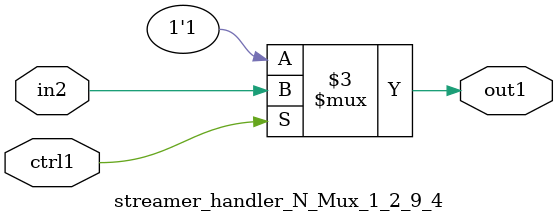
<source format=v>

`timescale 1ps / 1ps


module streamer_handler_N_Mux_1_2_9_4( in2, ctrl1, out1 );

    input in2;
    input ctrl1;
    output out1;
    reg out1;

    
    // rtl_process:streamer_handler_N_Mux_1_2_9_4/streamer_handler_N_Mux_1_2_9_4_thread_1
    always @*
      begin : streamer_handler_N_Mux_1_2_9_4_thread_1
        case (ctrl1) 
          1'b1: 
            begin
              out1 = in2;
            end
          default: 
            begin
              out1 = 1'b1;
            end
        endcase
      end

endmodule



</source>
